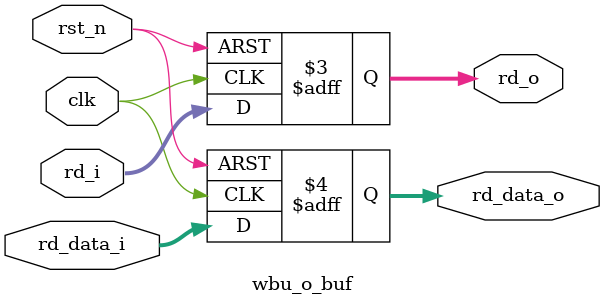
<source format=v>
`include "../define.v"

module wbu_o_buf (
input clk,
input rst_n,
input [4:0] rd_i,
input [31:0] rd_data_i,
output reg [4:0] rd_o,
output reg [31:0] rd_data_o
);

always @(posedge clk or negedge rst_n) begin
    if (~rst_n) begin
        rd_o <= 0;
        rd_data_o <= 0;
    end else begin
        rd_o <= rd_i;
        rd_data_o <= rd_data_i;
    end
end

endmodule
</source>
